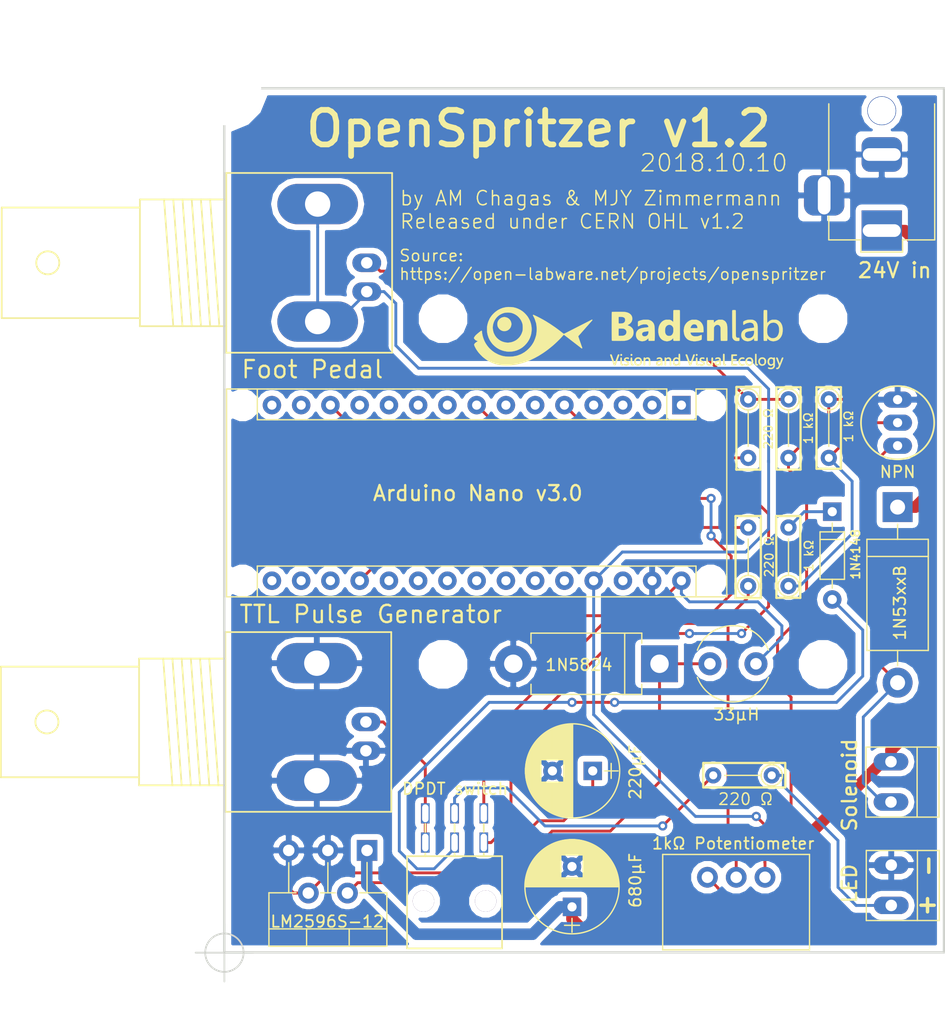
<source format=kicad_pcb>
(kicad_pcb (version 20171130) (host pcbnew "(5.0.0)")
  (layers (0 F.Cu signal) (31 B.Cu signal) (34 B.Paste user) (35 F.Paste user) (36 B.SilkS user) (37 F.SilkS user) (38 B.Mask user) (39 F.Mask user) (44 Edge.Cuts user))
  (net 0 "")
  (net 1 "Net-(A1-Pad16)")
  (net 2 "Net-(A1-Pad15)")
  (net 3 "Net-(A1-Pad30)")
  (net 4 "Net-(A1-Pad14)")
  (net 5 GNDREF)
  (net 6 "Net-(A1-Pad13)")
  (net 7 "Net-(A1-Pad28)")
  (net 8 "Net-(A1-Pad12)")
  (net 9 "Net-(A1-Pad27)")
  (net 10 "Net-(A1-Pad11)")
  (net 11 "Net-(A1-Pad26)")
  (net 12 "Net-(A1-Pad10)")
  (net 13 "Net-(A1-Pad25)")
  (net 14 "Net-(A1-Pad9)")
  (net 15 "Net-(A1-Pad24)")
  (net 16 "Net-(A1-Pad8)")
  (net 17 "Net-(A1-Pad23)")
  (net 18 "Net-(A1-Pad7)")
  (net 19 "Net-(A1-Pad22)")
  (net 20 "Net-(A1-Pad6)")
  (net 21 "Net-(A1-Pad21)")
  (net 22 "Net-(A1-Pad5)")
  (net 23 "Net-(A1-Pad20)")
  (net 24 "Net-(A1-Pad19)")
  (net 25 "Net-(A1-Pad3)")
  (net 26 "Net-(A1-Pad18)")
  (net 27 "Net-(A1-Pad2)")
  (net 28 "Net-(A1-Pad17)")
  (net 29 "Net-(A1-Pad1)")
  (net 30 "Net-(D1-Pad2)")
  (net 31 "Net-(D2-Pad2)")
  (net 32 "Net-(D2-Pad1)")
  (net 33 "Net-(D3-Pad2)")
  (net 34 "Net-(J1-Pad1)")
  (net 35 "Net-(Q1-Pad2)")
  (net 36 "Net-(R1-Pad1)")
  (net 37 "Net-(R2-Pad2)")
  (net 38 "Net-(C1-Pad1)")
  (net 39 "Net-(D4-Pad1)")
  (net 40 "Net-(A1-Pad4)")
  (net 41 "Net-(J4-Pad1)")
  (net 42 "Net-(Q1-Pad1)")
  (module Maxime:BarrelJack_Horizontal_maxime (layer F.Cu) (at 157.1 72.85 270)
    (fp_text reference "" hide)
    (fp_text value "24V in" (at 17.95 -1.125 180) (layer F.SilkS) (effects (font (size 1.3 1.3) (thickness 0.2))))
    (pad 3 thru_hole roundrect (at 11.45 5 270) (size 3.5 3.5) (drill oval 3.3 1.1) (layers *.Cu *.Mask) (net 5 GNDREF))
    (pad 2 thru_hole roundrect (at 7.9 0 270) (size 3 3.5) (drill oval 1.1 3.3) (layers *.Cu *.Mask) (net 5 GNDREF))
    (pad 1 thru_hole rect (at 14.5 0 270) (size 3.5 3.5) (drill oval 1.1 3.3) (layers *.Cu *.Mask) (net 38 "Net-(C1-Pad1)"))
    (pad 4 thru_hole circle (at 4.1 0 270) (size 2.5 2.5) (drill 2.4) (layers *.Cu *.Mask))
  )
  (module Maxime:Potentiometer (layer F.Cu) (at 144.45 143.5 270)
    (fp_text reference "" hide)
    (fp_text value "1kΩ Potentiometer" (at -2.95 0.25 180) (layer F.SilkS))
    (pad 3 thru_hole circle (at -0.02 -2.51 270) (size 1.8 1.8) (drill 1) (layers *.Cu *.Mask) (net 9 "Net-(A1-Pad27)"))
    (pad 2 thru_hole circle (at -0.02 -0.01 270) (size 1.8 1.8) (drill 1) (layers *.Cu *.Mask) (net 36 "Net-(R1-Pad1)"))
    (pad 1 thru_hole circle (at -0.02 2.49 270) (size 1.8 1.8) (drill 1) (layers *.Cu *.Mask) (net 42 "Net-(Q1-Pad1)"))
  )
  (module MountingHole:MountingHole_6.4mm_M6 (layer F.Cu) (at 100 75)
    (fp_text reference "" (at 0 -7.4) (layer F.SilkS))
    (fp_text value "")
    (pad 1 np_thru_hole circle (at 0 0) (size 6.4 6.4) (drill 6.4) (layers *.Cu *.Mask))
  )
  (module Maxime:OldSowjetaera_Transistor_Type-I_BigPads (layer F.Cu) (at 158.475 104.025 270)
    (fp_text reference "" hide)
    (fp_text value NPN (at 4.275 0 180) (layer F.SilkS))
    (pad 2 thru_hole oval (at 0 0 270) (size 1.4 2.5) (drill 0.8) (layers *.Cu *.Mask) (net 35 "Net-(Q1-Pad2)"))
    (pad 1 thru_hole oval (at -2 0 270) (size 1.4 2.5) (drill 0.8) (layers *.Cu *.Mask) (net 5 GNDREF))
    (pad 3 thru_hole oval (at 2 0 270) (size 1.4 2.5) (drill 0.8) (layers *.Cu *.Mask) (net 33 "Net-(D3-Pad2)"))
  )
  (module Diodes_THT:D_DO-201AD_P12.70mm_Horizontal (layer F.Cu) (at 137.8 124.95 180)
    (fp_text reference "" hide)
    (fp_text value 1N5824 (at 7 -0.1 180) (layer F.SilkS))
    (pad 1 thru_hole rect (at 0 0 180) (size 3.2 3.2) (drill 1.6) (layers *.Cu *.Mask) (net 39 "Net-(D4-Pad1)"))
    (pad 2 thru_hole oval (at 12.7 0 180) (size 3.2 3.2) (drill 1.6) (layers *.Cu *.Mask) (net 5 GNDREF))
  )
  (module Maxime:maxi_DPDT_Angled (layer F.Cu) (at 120 149.65)
    (fp_text reference "" hide)
    (fp_text value "DPDT switch" (at 0.05 -13.85 180) (layer F.SilkS))
    (pad 1 thru_hole rect (at -2.54 -11.72) (size 0.75 1.75) (drill oval 0.55 1.55) (layers *.Cu *.Mask) (net 41 "Net-(J4-Pad1)"))
    (pad 2 thru_hole rect (at 0 -11.72) (size 0.75 1.75) (drill oval 0.55 1.55) (layers *.Cu *.Mask) (net 37 "Net-(R2-Pad2)"))
    (pad 3 thru_hole rect (at 2.54 -11.72) (size 0.75 1.75) (drill oval 0.55 1.55) (layers *.Cu *.Mask) (net 6 "Net-(A1-Pad13)"))
    (pad 4 thru_hole rect (at -2.54 -9.18) (size 0.75 1.75) (drill oval 0.55 1.55) (layers *.Cu *.Mask) (net 41 "Net-(J4-Pad1)"))
    (pad 5 thru_hole rect (at 0 -9.18) (size 0.75 1.75) (drill oval 0.55 1.55) (layers *.Cu *.Mask) (net 31 "Net-(D2-Pad2)"))
    (pad 6 thru_hole rect (at 2.54 -9.18) (size 0.75 1.75) (drill oval 0.55 1.55) (layers *.Cu *.Mask) (net 16 "Net-(A1-Pad8)"))
    (pad 7 thru_hole circle (at -2.7 -4.1) (size 1.85 1.85) (drill 1.85) (layers *.Cu *.Mask))
    (pad 8 thru_hole circle (at 2.7 -4.1) (size 1.85 1.85) (drill 1.85) (layers *.Cu *.Mask))
  )
  (module Capacitors_THT:CP_Radial_D8.0mm_P3.50mm (layer F.Cu) (at 130.2 146.05 90)
    (fp_text reference "" hide)
    (fp_text value 680μF (at 2.3 5.5 90) (layer F.SilkS))
    (pad 1 thru_hole rect (at 0 0 90) (size 1.6 1.6) (drill 0.8) (layers *.Cu *.Mask) (net 38 "Net-(C1-Pad1)"))
    (pad 2 thru_hole circle (at 3.5 0 90) (size 1.6 1.6) (drill 0.8) (layers *.Cu *.Mask) (net 5 GNDREF))
  )
  (module Resistor_THT:R_Axial_DIN0204_L3.6mm_D1.6mm_P5.08mm_Vertical (layer F.Cu) (at 145.5 102 270)
    (fp_text reference "" (at 2.54 -1.92 270) (layer F.SilkS))
    (fp_text value "220 Ω" (at 2.55 -1.75 270) (layer F.SilkS) (effects (font (size 0.75 0.75) (thickness 0.125))))
    (pad 2 thru_hole oval (at 5.08 0 270) (size 1.4 1.4) (drill 0.7) (layers *.Cu *.Mask) (net 22 "Net-(A1-Pad5)"))
    (pad 1 thru_hole circle (at 0 0 270) (size 1.4 1.4) (drill 0.7) (layers *.Cu *.Mask) (net 34 "Net-(J1-Pad1)"))
  )
  (module Resistor_THT:R_Axial_DIN0204_L3.6mm_D1.6mm_P5.08mm_Vertical (layer F.Cu) (at 149 102 270)
    (fp_text reference "" (at 2.54 -1.92 270) (layer F.SilkS))
    (fp_text value "1 kΩ" (at 2.5 -1.725 270) (layer F.SilkS) (effects (font (size 0.75 0.75) (thickness 0.125))))
    (pad 2 thru_hole oval (at 5.08 0 270) (size 1.4 1.4) (drill 0.7) (layers *.Cu *.Mask) (net 42 "Net-(Q1-Pad1)"))
    (pad 1 thru_hole circle (at 0 0 270) (size 1.4 1.4) (drill 0.7) (layers *.Cu *.Mask) (net 34 "Net-(J1-Pad1)"))
  )
  (module Resistor_THT:R_Axial_DIN0204_L3.6mm_D1.6mm_P5.08mm_Vertical (layer F.Cu) (at 152.5 102 270)
    (fp_text reference "" (at 2.54 -1.92 270) (layer F.SilkS))
    (fp_text value "1 kΩ" (at 2.35 -1.725 270) (layer F.SilkS) (effects (font (size 0.75 0.75) (thickness 0.125))))
    (pad 2 thru_hole oval (at 5.08 0 270) (size 1.4 1.4) (drill 0.7) (layers *.Cu *.Mask) (net 35 "Net-(Q1-Pad2)"))
    (pad 1 thru_hole circle (at 0 0 270) (size 1.4 1.4) (drill 0.7) (layers *.Cu *.Mask) (net 42 "Net-(Q1-Pad1)"))
  )
  (module Resistor_THT:R_Axial_DIN0204_L3.6mm_D1.6mm_P5.08mm_Vertical (layer F.Cu) (at 149 118.2 90)
    (fp_text reference "" (at 2.54 -1.92 90) (layer F.SilkS))
    (fp_text value "1 kΩ" (at 2.625 1.775 270) (layer F.SilkS) (effects (font (size 0.75 0.75) (thickness 0.125))))
    (pad 2 thru_hole oval (at 5.08 0 90) (size 1.4 1.4) (drill 0.7) (layers *.Cu *.Mask) (net 32 "Net-(D2-Pad1)"))
    (pad 1 thru_hole circle (at 0 0 90) (size 1.4 1.4) (drill 0.7) (layers *.Cu *.Mask) (net 35 "Net-(Q1-Pad2)"))
  )
  (module Resistor_THT:R_Axial_DIN0204_L3.6mm_D1.6mm_P5.08mm_Vertical (layer F.Cu) (at 145.5 118.2 90)
    (fp_text reference "" (at 2.54 -1.92 90) (layer F.SilkS))
    (fp_text value "220 Ω" (at 2.55 1.825 270) (layer F.SilkS) (effects (font (size 0.75 0.75) (thickness 0.125))))
    (pad 2 thru_hole oval (at 5.08 0 90) (size 1.4 1.4) (drill 0.7) (layers *.Cu *.Mask) (net 24 "Net-(A1-Pad19)"))
    (pad 1 thru_hole circle (at 0 0 90) (size 1.4 1.4) (drill 0.7) (layers *.Cu *.Mask) (net 36 "Net-(R1-Pad1)"))
  )
  (module Capacitors_THT:CP_Radial_D8.0mm_P3.50mm (layer F.Cu) (at 132 134.25 180)
    (fp_text reference "" hide)
    (fp_text value 220μF (at -3.7 -0.1 90) (layer F.SilkS))
    (pad 2 thru_hole circle (at 3.5 0 180) (size 1.6 1.6) (drill 0.8) (layers *.Cu *.Mask) (net 5 GNDREF))
    (pad 1 thru_hole rect (at 0 0 180) (size 1.6 1.6) (drill 0.8) (layers *.Cu *.Mask) (net 3 "Net-(A1-Pad30)"))
  )
  (module Resistor_THT:R_Axial_DIN0204_L3.6mm_D1.6mm_P5.08mm_Vertical (layer F.Cu) (at 147.545479 134.63452 180)
    (fp_text reference "" (at 2.54 -1.92 180) (layer F.SilkS))
    (fp_text value "220 Ω" (at 2.270479 -2.06548 180) (layer F.SilkS) (effects (font (thickness 0.125))))
    (pad 2 thru_hole oval (at 5.08 0 180) (size 1.4 1.4) (drill 0.7) (layers *.Cu *.Mask) (net 37 "Net-(R2-Pad2)"))
    (pad 1 thru_hole circle (at 0 0 180) (size 1.4 1.4) (drill 0.7) (layers *.Cu *.Mask) (net 30 "Net-(D1-Pad2)"))
  )
  (module Mounting_Holes:MountingHole_3.2mm_M3 (layer F.Cu) (at 119 95)
    (fp_text reference "" hide)
    (fp_text value "")
    (pad 1 np_thru_hole circle (at 0 0) (size 3.2 3.2) (drill 3.2) (layers *.Cu *.Mask))
  )
  (module Mounting_Holes:MountingHole_3.2mm_M3 (layer F.Cu) (at 119 125 90)
    (fp_text reference "" hide)
    (fp_text value "")
    (pad 1 np_thru_hole circle (at 0 0 90) (size 3.2 3.2) (drill 3.2) (layers *.Cu *.Mask))
  )
  (module Maxime:maxi_PINHEAD1-2 (layer F.Cu) (at 158.925 142.425 270)
    (fp_text reference "" hide)
    (fp_text value LED (at 1.6 4.625 90) (layer F.SilkS) (effects (font (size 1.25 1.25) (thickness 0.2))))
    (pad 1 thru_hole oval (at 0 1 270) (size 1.51 3.01) (drill 1) (layers *.Cu *.Mask) (net 5 GNDREF))
    (pad 2 thru_hole oval (at 3.5 1 270) (size 1.51 3.01) (drill 1) (layers *.Cu *.Mask) (net 30 "Net-(D1-Pad2)"))
  )
  (module Maxime:maxi_PINHEAD1-2 (layer F.Cu) (at 158.9 133.45 270)
    (fp_text reference "" hide)
    (fp_text value Solenoid (at 2.025 4.6 90) (layer F.SilkS) (effects (font (size 1.25 1.25) (thickness 0.2))))
    (pad 2 thru_hole oval (at 3.5 1 270) (size 1.51 3.01) (drill 1) (layers *.Cu *.Mask) (net 33 "Net-(D3-Pad2)"))
    (pad 1 thru_hole oval (at 0 1 270) (size 1.51 3.01) (drill 1) (layers *.Cu *.Mask) (net 38 "Net-(C1-Pad1)"))
  )
  (module Maxime:BNC_Socket_TYCO-AMP_LargePads (layer F.Cu) (at 107.375 90.15 90)
    (fp_text reference "" (at 0.508 9.652 90) (layer F.SilkS))
    (fp_text value "Foot Pedal" (at -9.25 0.275 180) (layer F.SilkS) (effects (font (size 1.5 1.5) (thickness 0.2))))
    (pad 2 thru_hole oval (at -5.09778 0.7366 90) (size 3.50012 7.00024) (drill 2.19964) (layers *.Cu *.Mask) (net 9 "Net-(A1-Pad27)"))
    (pad 2 thru_hole oval (at 5.10032 0.7366 90) (size 3.50012 7.00024) (drill 2.19964) (layers *.Cu *.Mask) (net 9 "Net-(A1-Pad27)"))
    (pad 1 thru_hole oval (at 0 5.00126 90) (size 1.6002 2.49936) (drill 1.00076) (layers *.Cu *.Mask) (net 34 "Net-(J1-Pad1)"))
    (pad 2 thru_hole oval (at -2.49936 5.00126 90) (size 1.6002 2.49936) (drill 1.00076) (layers *.Cu *.Mask) (net 9 "Net-(A1-Pad27)"))
  )
  (module Modules:Arduino_Nano_WithMountingHoles (layer F.Cu) (at 139.7 102.5 270)
    (fp_text reference "" hide)
    (fp_text value "Arduino Nano v3.0" (at 7.65 17.675) (layer F.SilkS) (effects (font (size 1.3 1.3) (thickness 0.2))))
    (pad 1 thru_hole rect (at 0 0 270) (size 1.6 1.6) (drill 0.8) (layers *.Cu *.Mask) (net 29 "Net-(A1-Pad1)"))
    (pad 17 thru_hole oval (at 15.24 33.02 270) (size 1.6 1.6) (drill 0.8) (layers *.Cu *.Mask) (net 28 "Net-(A1-Pad17)"))
    (pad 2 thru_hole oval (at 0 2.54 270) (size 1.6 1.6) (drill 0.8) (layers *.Cu *.Mask) (net 27 "Net-(A1-Pad2)"))
    (pad 18 thru_hole oval (at 15.24 30.48 270) (size 1.6 1.6) (drill 0.8) (layers *.Cu *.Mask) (net 26 "Net-(A1-Pad18)"))
    (pad 3 thru_hole oval (at 0 5.08 270) (size 1.6 1.6) (drill 0.8) (layers *.Cu *.Mask) (net 25 "Net-(A1-Pad3)"))
    (pad 19 thru_hole oval (at 15.24 27.94 270) (size 1.6 1.6) (drill 0.8) (layers *.Cu *.Mask) (net 24 "Net-(A1-Pad19)"))
    (pad 4 thru_hole oval (at 0 7.62 270) (size 1.6 1.6) (drill 0.8) (layers *.Cu *.Mask) (net 40 "Net-(A1-Pad4)"))
    (pad 20 thru_hole oval (at 15.24 25.4 270) (size 1.6 1.6) (drill 0.8) (layers *.Cu *.Mask) (net 23 "Net-(A1-Pad20)"))
    (pad 5 thru_hole oval (at 0 10.16 270) (size 1.6 1.6) (drill 0.8) (layers *.Cu *.Mask) (net 22 "Net-(A1-Pad5)"))
    (pad 21 thru_hole oval (at 15.24 22.86 270) (size 1.6 1.6) (drill 0.8) (layers *.Cu *.Mask) (net 21 "Net-(A1-Pad21)"))
    (pad 6 thru_hole oval (at 0 12.7 270) (size 1.6 1.6) (drill 0.8) (layers *.Cu *.Mask) (net 20 "Net-(A1-Pad6)"))
    (pad 22 thru_hole oval (at 15.24 20.32 270) (size 1.6 1.6) (drill 0.8) (layers *.Cu *.Mask) (net 19 "Net-(A1-Pad22)"))
    (pad 7 thru_hole oval (at 0 15.24 270) (size 1.6 1.6) (drill 0.8) (layers *.Cu *.Mask) (net 18 "Net-(A1-Pad7)"))
    (pad 23 thru_hole oval (at 15.24 17.78 270) (size 1.6 1.6) (drill 0.8) (layers *.Cu *.Mask) (net 17 "Net-(A1-Pad23)"))
    (pad 8 thru_hole oval (at 0 17.78 270) (size 1.6 1.6) (drill 0.8) (layers *.Cu *.Mask) (net 16 "Net-(A1-Pad8)"))
    (pad 24 thru_hole oval (at 15.24 15.24 270) (size 1.6 1.6) (drill 0.8) (layers *.Cu *.Mask) (net 15 "Net-(A1-Pad24)"))
    (pad 9 thru_hole oval (at 0 20.32 270) (size 1.6 1.6) (drill 0.8) (layers *.Cu *.Mask) (net 14 "Net-(A1-Pad9)"))
    (pad 25 thru_hole oval (at 15.24 12.7 270) (size 1.6 1.6) (drill 0.8) (layers *.Cu *.Mask) (net 13 "Net-(A1-Pad25)"))
    (pad 10 thru_hole oval (at 0 22.86 270) (size 1.6 1.6) (drill 0.8) (layers *.Cu *.Mask) (net 12 "Net-(A1-Pad10)"))
    (pad 26 thru_hole oval (at 15.24 10.16 270) (size 1.6 1.6) (drill 0.8) (layers *.Cu *.Mask) (net 11 "Net-(A1-Pad26)"))
    (pad 11 thru_hole oval (at 0 25.4 270) (size 1.6 1.6) (drill 0.8) (layers *.Cu *.Mask) (net 10 "Net-(A1-Pad11)"))
    (pad 27 thru_hole oval (at 15.24 7.62 270) (size 1.6 1.6) (drill 0.8) (layers *.Cu *.Mask) (net 9 "Net-(A1-Pad27)"))
    (pad 12 thru_hole oval (at 0 27.94 270) (size 1.6 1.6) (drill 0.8) (layers *.Cu *.Mask) (net 8 "Net-(A1-Pad12)"))
    (pad 28 thru_hole oval (at 15.24 5.08 270) (size 1.6 1.6) (drill 0.8) (layers *.Cu *.Mask) (net 7 "Net-(A1-Pad28)"))
    (pad 13 thru_hole oval (at 0 30.48 270) (size 1.6 1.6) (drill 0.8) (layers *.Cu *.Mask) (net 6 "Net-(A1-Pad13)"))
    (pad 29 thru_hole oval (at 15.24 2.54 270) (size 1.6 1.6) (drill 0.8) (layers *.Cu *.Mask) (net 5 GNDREF))
    (pad 14 thru_hole oval (at 0 33.02 270) (size 1.6 1.6) (drill 0.8) (layers *.Cu *.Mask) (net 4 "Net-(A1-Pad14)"))
    (pad 30 thru_hole oval (at 15.24 0 270) (size 1.6 1.6) (drill 0.8) (layers *.Cu *.Mask) (net 3 "Net-(A1-Pad30)"))
    (pad 15 thru_hole oval (at 0 35.56 270) (size 1.6 1.6) (drill 0.8) (layers *.Cu *.Mask) (net 2 "Net-(A1-Pad15)"))
    (pad 16 thru_hole oval (at 15.24 35.56 270) (size 1.6 1.6) (drill 0.8) (layers *.Cu *.Mask) (net 1 "Net-(A1-Pad16)"))
    (pad "" np_thru_hole circle (at 0 -2.54 270) (size 1.78 1.78) (drill 1.78) (layers *.Cu *.Mask))
    (pad "" np_thru_hole circle (at 15.24 -2.54 270) (size 1.78 1.78) (drill 1.78) (layers *.Cu *.Mask))
    (pad "" np_thru_hole circle (at 15.24 38.1 270) (size 1.78 1.78) (drill 1.78) (layers *.Cu *.Mask))
    (pad "" np_thru_hole circle (at 0 38.1 270) (size 1.78 1.78) (drill 1.78) (layers *.Cu *.Mask))
  )
  (module Diodes_THT:D_DO-35_SOD27_P7.62mm_Horizontal (layer F.Cu) (at 152.8 111.75 270)
    (fp_text reference "" hide)
    (fp_text value 1N4148 (at 3.7 -2.025 270) (layer F.SilkS) (effects (font (size 0.75 0.75))))
    (pad 1 thru_hole rect (at 0 0 270) (size 1.6 1.6) (drill 0.8) (layers *.Cu *.Mask) (net 32 "Net-(D2-Pad1)"))
    (pad 2 thru_hole oval (at 7.62 0 270) (size 1.6 1.6) (drill 0.8) (layers *.Cu *.Mask) (net 31 "Net-(D2-Pad2)"))
  )
  (module Diodes_THT:D_DO-201_P15.24mm_Horizontal (layer F.Cu) (at 158.475 111.35 270)
    (fp_text reference "" hide)
    (fp_text value 1N53xxB (at 8.3 -0.2 270) (layer F.SilkS))
    (pad 1 thru_hole rect (at 0 0 270) (size 2.6 2.6) (drill 1.3) (layers *.Cu *.Mask) (net 38 "Net-(C1-Pad1)"))
    (pad 2 thru_hole oval (at 15.24 0 270) (size 2.6 2.6) (drill 1.3) (layers *.Cu *.Mask) (net 33 "Net-(D3-Pad2)"))
  )
  (module Mounting_Holes:MountingHole_3.2mm_M3 (layer F.Cu) (at 152 95)
    (fp_text reference "" (at 0 -4.2) (layer F.SilkS))
    (fp_text value "" hide)
    (pad 1 np_thru_hole circle (at 0 0) (size 3.2 3.2) (drill 3.2) (layers *.Cu *.Mask))
  )
  (module Inductors_THT:L_Radial_D6.0mm_P4.00mm (layer F.Cu) (at 146.175 124.95 180)
    (fp_text reference "" hide)
    (fp_text value 33μH (at 1.7 -4.4) (layer F.SilkS))
    (pad 1 thru_hole circle (at 0 0 180) (size 2 2) (drill 1) (layers *.Cu *.Mask) (net 3 "Net-(A1-Pad30)"))
    (pad 2 thru_hole circle (at 4 0 180) (size 2 2) (drill 1) (layers *.Cu *.Mask) (net 39 "Net-(D4-Pad1)"))
  )
  (module TO_SOT_Packages_THT:TO-220-5_Vertical_StaggeredType1 (layer F.Cu) (at 112.4 141.15 180)
    (fp_text reference "" hide)
    (fp_text value LM2596S-12 (at 3.45 -6.175) (layer F.SilkS))
    (pad 1 thru_hole rect (at 0 0 180) (size 1.8 1.8) (drill 1) (layers *.Cu *.Mask) (net 38 "Net-(C1-Pad1)"))
    (pad 2 thru_hole oval (at 1.7 -3.7 180) (size 1.8 1.8) (drill 1) (layers *.Cu *.Mask) (net 39 "Net-(D4-Pad1)"))
    (pad 3 thru_hole oval (at 3.4 0 180) (size 1.8 1.8) (drill 1) (layers *.Cu *.Mask) (net 5 GNDREF))
    (pad 4 thru_hole oval (at 5.1 -3.7 180) (size 1.8 1.8) (drill 1) (layers *.Cu *.Mask) (net 3 "Net-(A1-Pad30)"))
    (pad 5 thru_hole oval (at 6.8 0 180) (size 1.8 1.8) (drill 1) (layers *.Cu *.Mask) (net 5 GNDREF))
  )
  (module Mounting_Holes:MountingHole_3.2mm_M3 (layer F.Cu) (at 152 125)
    (fp_text reference "" hide)
    (fp_text value "")
    (pad 1 np_thru_hole circle (at 0 0) (size 3.2 3.2) (drill 3.2) (layers *.Cu *.Mask))
  )
  (module Maxime:BNC_Socket_TYCO-AMP_LargePads (layer F.Cu) (at 107.3 130 90)
    (fp_text reference "" (at 0.508 9.652 90) (layer F.SilkS))
    (fp_text value "TTL Pulse Generator" (at 9.35 5.425 180) (layer F.SilkS) (effects (font (size 1.5 1.5) (thickness 0.2))))
    (pad 2 thru_hole oval (at -2.49936 5.00126 90) (size 1.6002 2.49936) (drill 1.00076) (layers *.Cu *.Mask) (net 5 GNDREF))
    (pad 1 thru_hole oval (at 0 5.00126 90) (size 1.6002 2.49936) (drill 1.00076) (layers *.Cu *.Mask) (net 41 "Net-(J4-Pad1)"))
    (pad 2 thru_hole oval (at 5.10032 0.7366 90) (size 3.50012 7.00024) (drill 2.19964) (layers *.Cu *.Mask) (net 5 GNDREF))
    (pad 2 thru_hole oval (at -5.09778 0.7366 90) (size 3.50012 7.00024) (drill 2.19964) (layers *.Cu *.Mask) (net 5 GNDREF))
  )
  (module "Maxime:new_logo 2500" (layer F.Cu) (at 135.275 96.9)
    (fp_text reference "" hide)
    (fp_text value "" hide)
  )
  (gr_line (start 151.43 108.025) (end 151.43 100.95) (layer F.SilkS) (width 0.2))
  (gr_line (start 153.55 108.025) (end 151.45 108.025) (layer F.SilkS) (width 0.2))
  (gr_line (start 153.55 107.975) (end 153.55 108.025) (layer F.SilkS) (width 0.2))
  (gr_line (start 153.55 100.95) (end 153.55 107.975) (layer F.SilkS) (width 0.2))
  (gr_line (start 151.425 100.95) (end 153.55 100.95) (layer F.SilkS) (width 0.2))
  (gr_line (start 147.95 108.075) (end 147.95 100.975) (layer F.SilkS) (width 0.2))
  (gr_line (start 150.05 108.1) (end 148 108.1) (layer F.SilkS) (width 0.2))
  (gr_line (start 150.05 100.95) (end 150.05 108.075) (layer F.SilkS) (width 0.2))
  (gr_line (start 148 100.95) (end 150.05 100.95) (layer F.SilkS) (width 0.2))
  (gr_line (start 144.525 100.925) (end 144.475 100.925) (layer F.SilkS) (width 0.2))
  (gr_line (start 146.55 100.925) (end 144.525 100.925) (layer F.SilkS) (width 0.2))
  (gr_line (start 146.55 108.1) (end 146.55 100.925) (layer F.SilkS) (width 0.2))
  (gr_line (start 144.475 108.1) (end 146.55 108.1) (layer F.SilkS) (width 0.2))
  (gr_line (start 144.475 108.05) (end 144.475 108.1) (layer F.SilkS) (width 0.2))
  (gr_line (start 144.475 108.025) (end 144.475 108.05) (layer F.SilkS) (width 0.2))
  (gr_line (start 144.475 100.95) (end 144.475 108.025) (layer F.SilkS) (width 0.2))
  (gr_line (start 148.720479 135.68452) (end 141.620479 135.68452) (layer F.SilkS) (width 0.2))
  (gr_line (start 148.720479 135.65952) (end 148.720479 135.68452) (layer F.SilkS) (width 0.2))
  (gr_line (start 148.720479 133.55952) (end 148.720479 135.65952) (layer F.SilkS) (width 0.2))
  (gr_line (start 141.620479 133.55952) (end 148.695479 133.55952) (layer F.SilkS) (width 0.2))
  (gr_line (start 141.595479 135.68452) (end 141.595479 133.55952) (layer F.SilkS) (width 0.2))
  (gr_line (start 147.95 119.225) (end 147.925 112.125) (layer F.SilkS) (width 0.2))
  (gr_line (start 150.025 119.225) (end 147.95 119.225) (layer F.SilkS) (width 0.2))
  (gr_line (start 150.025 112.125) (end 150.025 119.225) (layer F.SilkS) (width 0.2))
  (gr_line (start 147.95 112.125) (end 150.025 112.125) (layer F.SilkS) (width 0.2))
  (gr_line (start 144.4 112.125) (end 146.6 112.125) (layer F.SilkS) (width 0.2))
  (gr_line (start 146.6 119.25) (end 146.6 112.15) (layer F.SilkS) (width 0.2))
  (gr_line (start 144.4 119.25) (end 146.6 119.25) (layer F.SilkS) (width 0.2))
  (gr_line (start 144.4 112.15) (end 144.4 119.25) (layer F.SilkS) (width 0.2))
  (gr_text 2018.10.10 (at 136 81.475) (layer F.SilkS) (effects (font (size 1.5 1.5) (thickness 0.125)) (justify left)))
  (gr_text "by AM Chagas & MJY Zimmermann\nReleased under CERN OHL v1.2" (at 115.175 85.55) (layer F.SilkS) (effects (font (size 1.25 1.25) (thickness 0.125)) (justify left)))
  (gr_text "Source:\nhttps://open-labware.net/projects/openspritzer" (at 115.125 90.325) (layer F.SilkS) (effects (font (size 1 1) (thickness 0.125)) (justify left)))
  (gr_text "OpenSpritzer v1.2\n\n" (at 127.3 80.925) (layer F.SilkS) (effects (font (size 3 3) (thickness 0.5))))
  (gr_line (start 100 75) (end 100 150) (layer Edge.Cuts) (width 0.2))
  (gr_line (start 100 75) (end 162.5 75) (layer Edge.Cuts) (width 0.2))
  (gr_line (start 162.5 75) (end 162.5 150) (layer Edge.Cuts) (width 0.2))
  (gr_line (start 100 150) (end 162.5 150) (layer Edge.Cuts) (width 0.2))
  (target plus (at 100.013005 150.025366) (size 5) (width 0.15) (layer Edge.Cuts))
  (gr_text + (at 161.075 145.8) (layer F.SilkS) (effects (font (size 1.5 1.5) (thickness 0.3))))
  (gr_text - (at 161.075 142.475 90) (layer F.SilkS) (effects (font (size 1.5 1.5) (thickness 0.3)) (justify mirror)))
  (segment (start 136.665 120.775) (end 139.7 117.74) (width 0.25) (layer F.Cu) (net 3))
  (segment (start 105.9 120.775) (end 136.665 120.775) (width 0.25) (layer F.Cu) (net 3))
  (segment (start 102.625 124.05) (end 105.9 120.775) (width 0.25) (layer F.Cu) (net 3))
  (segment (start 102.625 141.447792) (end 102.625 124.05) (width 0.25) (layer F.Cu) (net 3))
  (segment (start 107.3 144.85) (end 106.027208 144.85) (width 0.25) (layer F.Cu) (net 3))
  (segment (start 106.027208 144.85) (end 102.625 141.447792) (width 0.25) (layer F.Cu) (net 3))
  (segment (start 146.175 124.215) (end 146.175 124.95) (width 0.25) (layer F.Cu) (net 3))
  (segment (start 146.175 124.215) (end 146.175 124.95) (width 0.25) (layer B.Cu) (net 3))
  (segment (start 132 134.25) (end 132 136.05) (width 0.25) (layer F.Cu) (net 3))
  (segment (start 132 136.05) (end 129.475 138.575) (width 0.25) (layer F.Cu) (net 3))
  (segment (start 129.475 138.575) (end 127.275 138.575) (width 0.25) (layer F.Cu) (net 3))
  (segment (start 127.275 138.575) (end 122.75 143.1) (width 0.25) (layer F.Cu) (net 3))
  (segment (start 109.05 143.1) (end 107.3 144.85) (width 0.25) (layer F.Cu) (net 3))
  (segment (start 122.75 143.1) (end 109.05 143.1) (width 0.25) (layer F.Cu) (net 3))
  (segment (start 139.7 118.87137) (end 140.40363 119.575) (width 0.25) (layer B.Cu) (net 3))
  (segment (start 139.7 117.74) (end 139.7 118.87137) (width 0.25) (layer B.Cu) (net 3))
  (segment (start 140.40363 119.575) (end 146.35 119.575) (width 0.25) (layer B.Cu) (net 3))
  (segment (start 146.35 119.575) (end 148.425 121.65) (width 0.25) (layer B.Cu) (net 3))
  (segment (start 148.425 122.7) (end 146.175 124.95) (width 0.25) (layer B.Cu) (net 3))
  (segment (start 148.425 121.65) (end 148.425 122.7) (width 0.25) (layer B.Cu) (net 3))
  (segment (start 152.1 84.3) (end 152.1 86.15) (width 0.25) (layer F.Cu) (net 5))
  (segment (start 109.187166 101.007998) (end 143.974998 101.007998) (width 0.25) (layer B.Cu) (net 5))
  (segment (start 109.22 102.5) (end 117.32 110.6) (width 0.25) (layer F.Cu) (net 6))
  (segment (start 122.54 137.93) (end 122.54 131.735) (width 0.25) (layer F.Cu) (net 6))
  (segment (start 122.54 131.735) (end 129.7 124.575) (width 0.25) (layer F.Cu) (net 6))
  (segment (start 129.7 124.575) (end 129.725 124.575) (width 0.25) (layer F.Cu) (net 6))
  (segment (start 144.025 115.6) (end 142.275 113.85) (width 0.25) (layer F.Cu) (net 6))
  (segment (start 142.275 113.85) (end 142.275 113.85) (width 0.25) (layer F.Cu) (net 6))
  (via (at 142.275 113.85) (size 0.8) (drill 0.4) (layers F.Cu B.Cu) (net 6))
  (via (at 142.275 110.6) (size 0.8) (drill 0.4) (layers F.Cu B.Cu) (net 6))
  (segment (start 117.32 110.6) (end 142.275 110.6) (width 0.25) (layer F.Cu) (net 6))
  (segment (start 142.275 110.6) (end 142.275 113.85) (width 0.25) (layer B.Cu) (net 6))
  (segment (start 129.775 124.575) (end 132.9 121.45) (width 0.25) (layer F.Cu) (net 6))
  (segment (start 129.7 124.575) (end 129.775 124.575) (width 0.25) (layer F.Cu) (net 6))
  (segment (start 141.475 121.45) (end 144.025 118.9) (width 0.25) (layer F.Cu) (net 6))
  (segment (start 132.9 121.45) (end 141.475 121.45) (width 0.25) (layer F.Cu) (net 6))
  (segment (start 144.025 118.9) (end 144.025 115.6) (width 0.25) (layer F.Cu) (net 6))
  (segment (start 108.1116 87.04974) (end 108.1116 95.24778) (width 0.25) (layer B.Cu) (net 9))
  (segment (start 108.1116 85.04968) (end 108.1116 87.04974) (width 0.25) (layer B.Cu) (net 9))
  (segment (start 112.37626 92.73318) (end 112.37626 92.64936) (width 0.25) (layer B.Cu) (net 9))
  (segment (start 109.86166 95.24778) (end 112.37626 92.73318) (width 0.25) (layer B.Cu) (net 9))
  (segment (start 108.1116 95.24778) (end 109.86166 95.24778) (width 0.25) (layer B.Cu) (net 9))
  (segment (start 113.87594 92.64936) (end 114.9 93.67342) (width 0.25) (layer B.Cu) (net 9))
  (segment (start 112.37626 92.64936) (end 113.87594 92.64936) (width 0.25) (layer B.Cu) (net 9))
  (segment (start 114.9 93.67342) (end 114.9 97.325) (width 0.25) (layer B.Cu) (net 9))
  (segment (start 114.9 97.325) (end 116.875 99.3) (width 0.25) (layer B.Cu) (net 9))
  (segment (start 116.875 99.3) (end 145.475 99.3) (width 0.25) (layer B.Cu) (net 9))
  (segment (start 145.475 99.3) (end 147.275 101.1) (width 0.25) (layer B.Cu) (net 9))
  (segment (start 132.08 117.74) (end 132.08 129.38) (width 0.25) (layer B.Cu) (net 9))
  (segment (start 147.275 113.25) (end 147.275 107.325) (width 0.25) (layer B.Cu) (net 9))
  (segment (start 145.275 115.25) (end 147.275 113.25) (width 0.25) (layer B.Cu) (net 9))
  (segment (start 134.57 115.25) (end 145.275 115.25) (width 0.25) (layer B.Cu) (net 9))
  (segment (start 132.08 117.74) (end 134.57 115.25) (width 0.25) (layer B.Cu) (net 9))
  (segment (start 147.275 101.1) (end 147.275 107.325) (width 0.25) (layer B.Cu) (net 9))
  (segment (start 147.275 107.325) (end 147.275 107.475) (width 0.25) (layer B.Cu) (net 9))
  (segment (start 146.96 142.207208) (end 146.95 142.197208) (width 0.25) (layer F.Cu) (net 9))
  (segment (start 146.96 143.48) (end 146.96 142.207208) (width 0.25) (layer F.Cu) (net 9))
  (segment (start 146.95 142.197208) (end 146.95 138.975) (width 0.25) (layer F.Cu) (net 9))
  (segment (start 146.95 138.975) (end 146.95 138.95) (width 0.25) (layer F.Cu) (net 9))
  (segment (start 146.95 138.95) (end 146.2 138.2) (width 0.25) (layer F.Cu) (net 9))
  (segment (start 146.2 138.2) (end 146.175 138.175) (width 0.25) (layer F.Cu) (net 9))
  (via (at 146.2 138.2) (size 0.8) (drill 0.4) (layers F.Cu B.Cu) (net 9))
  (segment (start 132.08 129.38) (end 132.105 129.38) (width 0.25) (layer B.Cu) (net 9))
  (segment (start 140.925 138.2) (end 146.2 138.2) (width 0.25) (layer B.Cu) (net 9))
  (segment (start 132.105 129.38) (end 140.925 138.2) (width 0.25) (layer B.Cu) (net 9))
  (segment (start 121.92 102.5) (end 128.57 109.15) (width 0.25) (layer F.Cu) (net 16))
  (segment (start 123.165 140.47) (end 124.9 138.735) (width 0.25) (layer F.Cu) (net 16))
  (segment (start 122.54 140.47) (end 123.165 140.47) (width 0.25) (layer F.Cu) (net 16))
  (segment (start 124.9 138.735) (end 124.9 131.875) (width 0.25) (layer F.Cu) (net 16))
  (segment (start 124.9 131.875) (end 130.85 125.925) (width 0.25) (layer F.Cu) (net 16))
  (segment (start 130.85 125.925) (end 130.85 125.9) (width 0.25) (layer F.Cu) (net 16))
  (segment (start 130.85 125.9) (end 134.425 122.325) (width 0.25) (layer F.Cu) (net 16))
  (segment (start 128.57 109.15) (end 128.62 109.2) (width 0.25) (layer F.Cu) (net 16))
  (segment (start 128.62 109.2) (end 141.549999 109.2) (width 0.25) (layer F.Cu) (net 16))
  (segment (start 141.549999 109.2) (end 144.525 109.2) (width 0.25) (layer F.Cu) (net 16))
  (segment (start 144.525 109.2) (end 147.275 111.95) (width 0.25) (layer F.Cu) (net 16))
  (segment (start 147.275 111.95) (end 147.275 119.975) (width 0.25) (layer F.Cu) (net 16))
  (segment (start 147.275 119.975) (end 144.925 122.325) (width 0.25) (layer F.Cu) (net 16))
  (segment (start 134.425 122.325) (end 140.4 122.325) (width 0.25) (layer F.Cu) (net 16))
  (segment (start 140.4 122.325) (end 140.4 122.325) (width 0.25) (layer F.Cu) (net 16))
  (via (at 140.4 122.325) (size 0.8) (drill 0.4) (layers F.Cu B.Cu) (net 16))
  (segment (start 140.4 122.325) (end 140.965685 122.325) (width 0.25) (layer B.Cu) (net 16))
  (segment (start 140.965685 122.325) (end 144.95 122.325) (width 0.25) (layer B.Cu) (net 16))
  (segment (start 144.925 122.325) (end 144.925 122.325) (width 0.25) (layer F.Cu) (net 16))
  (via (at 144.925 122.325) (size 0.8) (drill 0.4) (layers F.Cu B.Cu) (net 16))
  (segment (start 134.12 107.08) (end 129.54 102.5) (width 0.25) (layer F.Cu) (net 22))
  (segment (start 145.5 107.08) (end 134.12 107.08) (width 0.25) (layer F.Cu) (net 22))
  (segment (start 116.38 113.12) (end 145.5 113.12) (width 0.25) (layer F.Cu) (net 24))
  (segment (start 111.76 117.74) (end 116.38 113.12) (width 0.25) (layer F.Cu) (net 24))
  (segment (start 147.545479 134.63452) (end 148.55952 134.63452) (width 0.25) (layer B.Cu) (net 30))
  (segment (start 148.55952 135.55452) (end 153.3 140.295) (width 0.25) (layer B.Cu) (net 30))
  (segment (start 148.55952 134.63452) (end 148.55952 135.55452) (width 0.25) (layer B.Cu) (net 30))
  (segment (start 153.3 140.295) (end 153.3 144.35) (width 0.25) (layer B.Cu) (net 30))
  (segment (start 154.875 145.925) (end 157.925 145.925) (width 0.25) (layer B.Cu) (net 30))
  (segment (start 153.3 144.35) (end 154.875 145.925) (width 0.25) (layer B.Cu) (net 30))
  (segment (start 152.8 119.37) (end 155.45 122.02) (width 0.25) (layer B.Cu) (net 31))
  (segment (start 155.45 122.02) (end 155.45 126.025) (width 0.25) (layer B.Cu) (net 31))
  (segment (start 155.45 126.025) (end 153.175 128.3) (width 0.25) (layer B.Cu) (net 31))
  (segment (start 153.175 128.3) (end 133.9 128.3) (width 0.25) (layer B.Cu) (net 31))
  (segment (start 133.9 128.3) (end 133.9 128.3) (width 0.25) (layer B.Cu) (net 31))
  (via (at 133.9 128.3) (size 0.8) (drill 0.4) (layers F.Cu B.Cu) (net 31))
  (segment (start 133.9 128.3) (end 133.334315 128.3) (width 0.25) (layer F.Cu) (net 31))
  (segment (start 133.334315 128.3) (end 130.2 128.3) (width 0.25) (layer F.Cu) (net 31))
  (segment (start 130.2 128.3) (end 130.2 128.3) (width 0.25) (layer F.Cu) (net 31))
  (via (at 130.2 128.3) (size 0.8) (drill 0.4) (layers F.Cu B.Cu) (net 31))
  (segment (start 120 140.97) (end 120 140.47) (width 0.25) (layer B.Cu) (net 31))
  (segment (start 123 128.3) (end 115.2 136.1) (width 0.25) (layer B.Cu) (net 31))
  (segment (start 130.2 128.3) (end 123 128.3) (width 0.25) (layer B.Cu) (net 31))
  (segment (start 115.2 136.1) (end 115.2 141.2) (width 0.25) (layer B.Cu) (net 31))
  (segment (start 115.2 141.2) (end 116.75 142.75) (width 0.25) (layer B.Cu) (net 31))
  (segment (start 116.75 142.75) (end 118.22 142.75) (width 0.25) (layer B.Cu) (net 31))
  (segment (start 118.22 142.75) (end 120 140.97) (width 0.25) (layer B.Cu) (net 31))
  (segment (start 150.37 111.75) (end 152.8 111.75) (width 0.25) (layer B.Cu) (net 32))
  (segment (start 149 113.12) (end 150.37 111.75) (width 0.25) (layer B.Cu) (net 32))
  (segment (start 157.925 106.025) (end 158.475 106.025) (width 0.25) (layer F.Cu) (net 33))
  (segment (start 156.225 107.725) (end 157.925 106.025) (width 0.25) (layer F.Cu) (net 33))
  (segment (start 156.225 124.34) (end 156.225 107.725) (width 0.25) (layer F.Cu) (net 33))
  (segment (start 158.475 126.59) (end 156.225 124.34) (width 0.25) (layer F.Cu) (net 33))
  (segment (start 157.175001 127.889999) (end 158.475 126.59) (width 0.25) (layer B.Cu) (net 33))
  (segment (start 155.49499 129.57001) (end 157.175001 127.889999) (width 0.25) (layer B.Cu) (net 33))
  (segment (start 155.49499 135.29499) (end 155.49499 129.57001) (width 0.25) (layer B.Cu) (net 33))
  (segment (start 157.15 136.95) (end 155.49499 135.29499) (width 0.25) (layer B.Cu) (net 33))
  (segment (start 157.9 136.95) (end 157.15 136.95) (width 0.25) (layer B.Cu) (net 33))
  (segment (start 146.489949 102) (end 149 102) (width 0.25) (layer F.Cu) (net 34))
  (segment (start 145.5 102) (end 146.489949 102) (width 0.25) (layer F.Cu) (net 34))
  (segment (start 112.82584 90.15) (end 113.55084 90.875) (width 0.25) (layer F.Cu) (net 34))
  (segment (start 112.37626 90.15) (end 112.82584 90.15) (width 0.25) (layer F.Cu) (net 34))
  (segment (start 134.375 90.875) (end 145.5 102) (width 0.25) (layer F.Cu) (net 34))
  (segment (start 113.55084 90.875) (end 134.375 90.875) (width 0.25) (layer F.Cu) (net 34))
  (segment (start 155.555 104.025) (end 152.5 107.08) (width 0.25) (layer F.Cu) (net 35))
  (segment (start 158.475 104.025) (end 155.555 104.025) (width 0.25) (layer F.Cu) (net 35))
  (segment (start 149.989949 118.2) (end 154.525 113.664949) (width 0.25) (layer B.Cu) (net 35))
  (segment (start 149 118.2) (end 149.989949 118.2) (width 0.25) (layer B.Cu) (net 35))
  (segment (start 154.525 109.105) (end 152.5 107.08) (width 0.25) (layer B.Cu) (net 35))
  (segment (start 154.525 113.664949) (end 154.525 109.105) (width 0.25) (layer B.Cu) (net 35))
  (segment (start 144.46 140.71) (end 144.46 143.48) (width 0.25) (layer F.Cu) (net 36))
  (segment (start 143.75 140) (end 144.46 140.71) (width 0.25) (layer F.Cu) (net 36))
  (segment (start 143.75 120.939949) (end 143.75 140) (width 0.25) (layer F.Cu) (net 36))
  (segment (start 145.5 118.2) (end 145.5 119.189949) (width 0.25) (layer F.Cu) (net 36))
  (segment (start 145.5 119.189949) (end 143.75 120.939949) (width 0.25) (layer F.Cu) (net 36))
  (segment (start 141.96548 134.63452) (end 142.465479 134.63452) (width 0.25) (layer F.Cu) (net 37))
  (segment (start 142.465479 134.63452) (end 141.76548 135.33452) (width 0.25) (layer F.Cu) (net 37))
  (segment (start 141.76548 135.33452) (end 138.075 139.025) (width 0.25) (layer F.Cu) (net 37))
  (segment (start 138.075 139.025) (end 138.075 139.025) (width 0.25) (layer F.Cu) (net 37))
  (via (at 138.075 139.025) (size 0.8) (drill 0.4) (layers F.Cu B.Cu) (net 37))
  (segment (start 137.025 139.025) (end 138.075 139.025) (width 0.25) (layer B.Cu) (net 37))
  (segment (start 127.85 139.025) (end 137.025 139.025) (width 0.25) (layer B.Cu) (net 37))
  (segment (start 124.55 135.725) (end 127.85 139.025) (width 0.25) (layer B.Cu) (net 37))
  (segment (start 120.875 135.725) (end 124.55 135.725) (width 0.25) (layer B.Cu) (net 37))
  (segment (start 120 137.93) (end 120 136.6) (width 0.25) (layer B.Cu) (net 37))
  (segment (start 120 136.6) (end 120.875 135.725) (width 0.25) (layer B.Cu) (net 37))
  (segment (start 160.025 111.35) (end 160.825 110.55) (width 1) (layer F.Cu) (net 38))
  (segment (start 158.475 111.35) (end 160.025 111.35) (width 1) (layer F.Cu) (net 38))
  (segment (start 157.9 132.445) (end 157.9 133.45) (width 1) (layer F.Cu) (net 38))
  (segment (start 160.825 129.52) (end 157.9 132.445) (width 1) (layer F.Cu) (net 38))
  (segment (start 160.825 110.55) (end 160.825 129.52) (width 1) (layer F.Cu) (net 38))
  (segment (start 112.375 144.1) (end 112.375 141.125) (width 1) (layer B.Cu) (net 38))
  (segment (start 116.7 148.425) (end 112.4 144.125) (width 1) (layer B.Cu) (net 38))
  (segment (start 126.775 148.425) (end 116.7 148.425) (width 1) (layer B.Cu) (net 38))
  (segment (start 130.2 146.05) (end 129.15 146.05) (width 1) (layer B.Cu) (net 38))
  (segment (start 129.15 146.05) (end 126.775 148.425) (width 1) (layer B.Cu) (net 38))
  (segment (start 157.15 133.45) (end 157.9 133.45) (width 0.25) (layer F.Cu) (net 38))
  (segment (start 150.75 139.85) (end 157.15 133.45) (width 1) (layer F.Cu) (net 38))
  (segment (start 150.75 143.65) (end 150.75 139.85) (width 1) (layer F.Cu) (net 38))
  (segment (start 130.2 147.1) (end 131.7 148.6) (width 1) (layer F.Cu) (net 38))
  (segment (start 130.2 146.05) (end 130.2 147.1) (width 1) (layer F.Cu) (net 38))
  (segment (start 131.7 148.6) (end 148.525 148.6) (width 1) (layer F.Cu) (net 38))
  (segment (start 150.75 146.375) (end 150.75 143.65) (width 1) (layer F.Cu) (net 38))
  (segment (start 148.525 148.6) (end 150.75 146.375) (width 1) (layer F.Cu) (net 38))
  (segment (start 160.825 89.075) (end 160.825 110.55) (width 1) (layer F.Cu) (net 38))
  (segment (start 159.1 87.35) (end 160.825 89.075) (width 1) (layer F.Cu) (net 38))
  (segment (start 157.1 87.35) (end 159.1 87.35) (width 1) (layer F.Cu) (net 38))
  (segment (start 137.8 135.2) (end 137.8 124.95) (width 0.25) (layer F.Cu) (net 39))
  (segment (start 139.65 124.95) (end 142.175 124.95) (width 0.25) (layer F.Cu) (net 39))
  (segment (start 137.8 124.95) (end 139.65 124.95) (width 0.25) (layer F.Cu) (net 39))
  (segment (start 111.599999 143.950001) (end 123.999999 143.950001) (width 0.25) (layer F.Cu) (net 39))
  (segment (start 110.7 144.85) (end 111.599999 143.950001) (width 0.25) (layer F.Cu) (net 39))
  (segment (start 123.999999 143.950001) (end 128.475 139.475) (width 0.25) (layer F.Cu) (net 39))
  (segment (start 133.525 139.475) (end 137.8 135.2) (width 0.25) (layer F.Cu) (net 39))
  (segment (start 128.475 139.475) (end 133.525 139.475) (width 0.25) (layer F.Cu) (net 39))
  (segment (start 117.46 136.805) (end 117.46 137.93) (width 0.25) (layer F.Cu) (net 41))
  (segment (start 117.46 133.65906) (end 117.46 136.805) (width 0.25) (layer F.Cu) (net 41))
  (segment (start 113.80094 130) (end 117.46 133.65906) (width 0.25) (layer F.Cu) (net 41))
  (segment (start 112.30126 130) (end 113.80094 130) (width 0.25) (layer F.Cu) (net 41))
  (segment (start 117.46 137.93) (end 117.46 140.47) (width 0.25) (layer F.Cu) (net 41))
  (segment (start 152.5 103.58) (end 152.5 102) (width 0.25) (layer F.Cu) (net 42))
  (segment (start 149 107.08) (end 152.5 103.58) (width 0.25) (layer F.Cu) (net 42))
  (segment (start 158.45 102) (end 158.475 102.025) (width 0.25) (layer F.Cu) (net 42))
  (segment (start 152.5 102) (end 155.425 102) (width 0.25) (layer F.Cu) (net 42))
  (segment (start 149 108.069949) (end 150.575 109.644949) (width 0.25) (layer F.Cu) (net 42))
  (segment (start 149 107.08) (end 149 108.069949) (width 0.25) (layer F.Cu) (net 42))
  (segment (start 150.575 109.644949) (end 150.575 120.4) (width 0.25) (layer F.Cu) (net 42))
  (segment (start 150.575 120.4) (end 148.05 122.925) (width 0.25) (layer F.Cu) (net 42))
  (segment (start 142.859999 144.379999) (end 142.859999 144.409999) (width 0.25) (layer F.Cu) (net 42))
  (segment (start 141.96 143.48) (end 142.859999 144.379999) (width 0.25) (layer F.Cu) (net 42))
  (segment (start 142.859999 144.409999) (end 144.65 146.2) (width 0.25) (layer F.Cu) (net 42))
  (segment (start 144.65 146.2) (end 147.825 146.2) (width 0.25) (layer F.Cu) (net 42))
  (segment (start 147.825 146.2) (end 149.225 144.8) (width 0.25) (layer F.Cu) (net 42))
  (segment (start 149.225 127.85) (end 148.05 126.675) (width 0.25) (layer F.Cu) (net 42))
  (segment (start 149.225 144.8) (end 149.225 127.85) (width 0.25) (layer F.Cu) (net 42))
  (segment (start 148.05 122.925) (end 148.05 126.675) (width 0.25) (layer F.Cu) (net 42))
  (segment (start 155.425 102) (end 158.45 102) (width 0.25) (layer F.Cu) (net 42))
  (zone (net 5) (net_name GNDREF) (layer B.Cu) (connect_pads (clearance 0.508)) (min_thickness 0.254) (fill yes (arc_segments 16) (thermal_gap 0.508) (thermal_bridge_width 0.508))
    (polygon (pts (xy 100.1 149.9) (xy 100.1 75.1) (xy 162.4 75.05) (xy 162.4 149.95)))
  )
)
</source>
